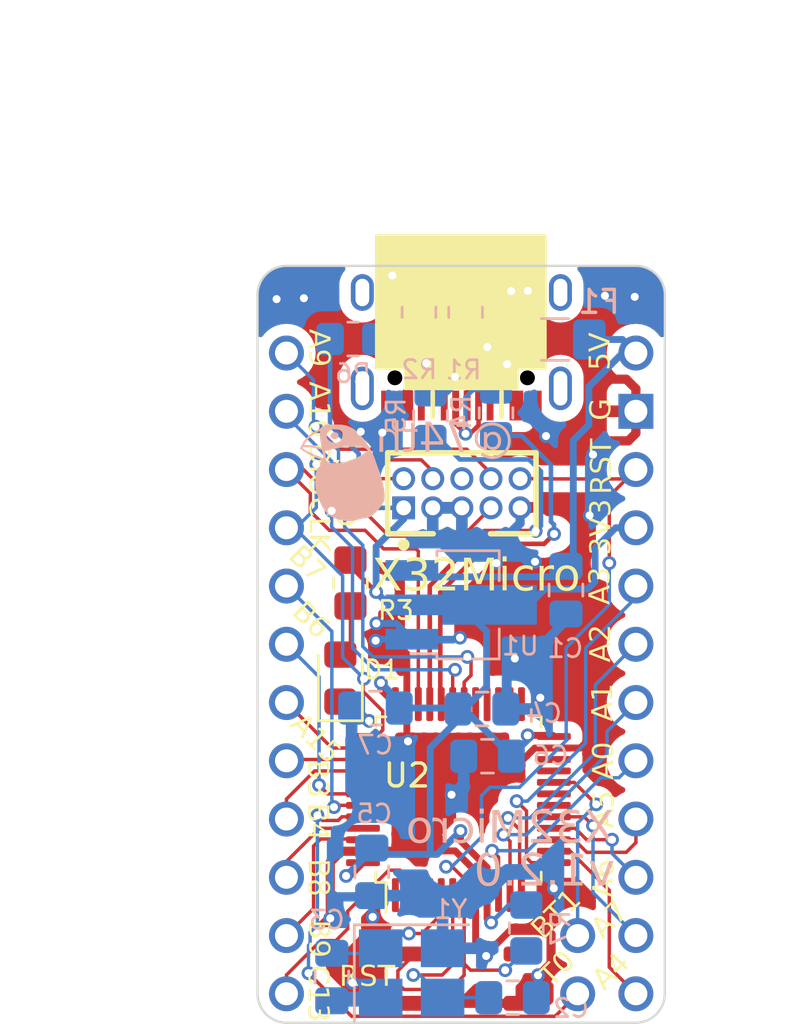
<source format=kicad_pcb>
(kicad_pcb (version 20221018) (generator pcbnew)
  (title_block (title "X32Micro") (rev "1.1.1") (company "Atsushi Morimoto (@74th)"))
  (layers (0 "F.Cu" signal) (31 "B.Cu" signal) (34 "B.Paste" user) (35 "F.Paste" user) (36 "B.SilkS" user "B.Silkscreen") (37 "F.SilkS" user "F.Silkscreen") (38 "B.Mask" user) (39 "F.Mask" user) (44 "Edge.Cuts" user))
  (net 0 "")
  (net 1 "+3V3")
  (net 2 "GND")
  (net 3 "+5V")
  (net 4 "/~{RESET}")
  (net 5 "/1{slash}UART_TX")
  (net 6 "/0{slash}UART_RX")
  (net 7 "/SWDIO")
  (net 8 "/SWCLK")
  (net 9 "/2{slash}ISC_SDA")
  (net 10 "/3{slash}ISC_SCL")
  (net 11 "/4{slash}A6")
  (net 12 "/5")
  (net 13 "/6{slash}A7")
  (net 14 "/7")
  (net 15 "/8{slash}A8")
  (net 16 "/9{slash}A9")
  (net 17 "/10{slash}A10")
  (net 18 "/16{slash}SPI_MOSI")
  (net 19 "/14{slash}SPI_MISO")
  (net 20 "/15{slash}SPI_SCK")
  (net 21 "/18{slash}A0")
  (net 22 "Net-(D1-A)")
  (net 23 "Net-(J1-CC1)")
  (net 24 "Net-(J1-CC2)")
  (net 25 "/19{slash}A1")
  (net 26 "/20{slash}A2")
  (net 27 "/21{slash}A3")
  (net 29 "/D-")
  (net 30 "/D+")
  (net 42 "/BOOT1")
  (net 43 "Net-(J1-D-)")
  (net 46 "Net-(U2-OSC_IN{slash}PD0)")
  (net 47 "Net-(U2-OSC_OUT{slash}PD1)")
  (net 48 "Net-(J1-VBUS)")
  (net 49 "/BOOT0")
  (net 50 "Net-(J1-D+)")
  (footprint "$74th:SKRPABE010" (layer "F.Cu") (at 109.19 131.09)
    (fp_text reference "SW2")
    (fp_text value "SW_Push")
  )
  (footprint "$74th:1Pin" (layer "F.Cu") (at 113.97 131.75)
    (fp_text reference "CH1" hide)
    (fp_text value "1Pin")
  )
  (footprint "$74th:LED_0805_2012Metric_Pad1.15x1.40mm_HandSolder" (layer "F.Cu") (at 103.62 117.985 90)
    (fp_text reference "D1")
    (fp_text value "Blue")
  )
  (footprint "$74th:ProMicro_LIKE_LEFT_NO_GND" (layer "F.Cu") (at 101.27 117.78)
    (fp_text reference "J2" hide)
    (fp_text value "ProMicro-LeftPin-NoGND")
  )
  (footprint "$74th:SWD_2x05_P1.27mm" (layer "F.Cu") (at 106.38 110.56 90)
    (fp_text reference "J4" hide)
    (fp_text value "SWD-MCU_Side-10Pin" hide)
  )
  (footprint "$74th:Register_0805_2012" (layer "F.Cu") (at 104.06 113.84 -90)
    (fp_text reference "R3")
    (fp_text value "10k" hide)
  )
  (footprint "Package_QFP:LQFP-48_7x7mm_P0.5mm" (layer "F.Cu") (at 108.77 123.2825 90)
    (fp_text reference "U2")
    (fp_text value "STM32V103C8T6")
  )
  (footprint "$74th:USB-C-12-Pin-SMD" (layer "F.Cu") (at 108.89 101.27 180)
    (fp_text reference "J1" hide)
    (fp_text value "USB2.0_C_v3")
  )
  (footprint "$74th:ProMicro_LIKE_RIGHT" (layer "F.Cu") (at 116.51 119.05)
    (fp_text reference "J3" hide)
    (fp_text value "ProMicro-RightPin")
  )
  (footprint "$74th:1Pin" (layer "F.Cu") (at 113.97 129.21)
    (fp_text reference "CH2" hide)
    (fp_text value "1Pin")
  )
  (footprint "$74th:74th-5mm" (layer "B.Cu") (at 103.834385 109.243075 180)
    (fp_text reference "G***" hide)
    (fp_text value "LOGO" hide)
  )
  (footprint "$74th:Crystal_SMD_3225-4Pin_3.2x2.5mm_HandSoldering" (layer "B.Cu") (at 106.73 130.84)
    (fp_text reference "Y1")
    (fp_text value "8M")
  )
  (footprint "Fuse:Fuse_1206_3216Metric_Pad1.42x1.75mm_HandSolder" (layer "B.Cu") (at 112.9925 103.22 180)
    (fp_text reference "F1")
    (fp_text value "Polyfuse")
  )
  (footprint "$74th:Register_0805_2012" (layer "B.Cu") (at 110.41 106.42 90)
    (fp_text reference "R4")
    (fp_text value "27" hide)
  )
  (footprint "$74th:Register_0805_2012" (layer "B.Cu") (at 107.55 106.54 90)
    (fp_text reference "R5")
    (fp_text value "27" hide)
  )
  (footprint "$74th:Capacitor_0805_2012" (layer "B.Cu") (at 111.13 131.92 180)
    (fp_text reference "C2")
    (fp_text value "22p" hide)
  )
  (footprint "$74th:Capacitor_0805_2012" (layer "B.Cu") (at 103.25 131.0175 90)
    (fp_text reference "C3")
    (fp_text value "22p" hide)
  )
  (footprint "$74th:Capacitor_0805_2012" (layer "B.Cu") (at 109.8 119.33)
    (fp_text reference "C4")
    (fp_text value "2.2u" hide)
  )
  (footprint "$74th:Register_0805_2012" (layer "B.Cu") (at 109.082 102.032 90)
    (fp_text reference "R1")
    (fp_text value "5.1k" hide)
  )
  (footprint "$74th:Register_0805_2012" (layer "B.Cu") (at 107.05 102.032 90)
    (fp_text reference "R2")
    (fp_text value "5.1k" hide)
  )
  (footprint "$74th:Regulator_AMS1117_SOT-89" (layer "B.Cu") (at 108.89 114.79)
    (fp_text reference "U1")
    (fp_text value "AMS1117-3.3")
  )
  (footprint "$74th:Register_0805_2012" (layer "B.Cu") (at 104.17 103.2 180)
    (fp_text reference "R6")
    (fp_text value "1.5k" hide)
  )
  (footprint "$74th:Capacitor_0805_2012" (layer "B.Cu") (at 105.15 119.29 180)
    (fp_text reference "C7")
    (fp_text value "100n" hide)
  )
  (footprint "$74th:Capacitor_0805_2012" (layer "B.Cu") (at 104.99 126.4325 -90)
    (fp_text reference "C5")
    (fp_text value "100n" hide)
  )
  (footprint "$74th:Register_0805_2012" (layer "B.Cu") (at 111.73 128.88 -90)
    (fp_text reference "R7")
    (fp_text value "10k" hide)
  )
  (footprint "$74th:Capacitor_0805_2012" (layer "B.Cu") (at 110.0375 121.39 180)
    (fp_text reference "C6")
    (fp_text value "100n" hide)
  )
  (footprint "$74th:Capacitor_0805_2012" (layer "B.Cu") (at 113.46 114.1475 -90)
    (fp_text reference "C1")
    (fp_text value "10u" hide)
  )
  (gr_line (start 117.770974 101.279026) (end 117.770974 131.740974) (stroke (width 0.1)) (layer "Edge.Cuts"))
  (gr_arc (start 116.500974 100.009026) (mid 117.399 100.381) (end 117.770974 101.279026) (stroke (width 0.1)) (layer "Edge.Cuts"))
  (gr_line (start 101.279026 100.009026) (end 116.500974 100.009026) (stroke (width 0.1)) (layer "Edge.Cuts"))
  (gr_line (start 116.500974 133.010974) (end 101.279026 133.010974) (stroke (width 0.1)) (layer "Edge.Cuts"))
  (gr_line (start 100.009026 131.740974) (end 100.009026 101.279026) (stroke (width 0.1)) (layer "Edge.Cuts"))
  (gr_arc (start 100.009026 101.279026) (mid 100.381 100.381) (end 101.279026 100.009026) (stroke (width 0.1)) (layer "Edge.Cuts"))
  (gr_arc (start 117.770974 131.740974) (mid 117.399 132.639) (end 116.500974 133.010974) (stroke (width 0.1)) (layer "Edge.Cuts"))
  (gr_arc (start 101.279026 133.010974) (mid 100.381 132.639) (end 100.009026 131.740974) (stroke (width 0.1)) (layer "Edge.Cuts"))
  (gr_text "v1.2.0" (at 112.52 126.45) (layer "B.SilkS") (effects (font (size 1.4 1.4)) (justify mirror)))
  (gr_text "X32Micro" (at 111.03 124.58) (layer "B.SilkS") (effects (font (size 1.4 1.4)) (justify mirror)))
  (gr_text "@74th" (at 108.17 107.58) (layer "B.SilkS") (effects (font (size 1.3 1.3) (thickness 0.1875)) (justify mirror)))
  (gr_text "B9" (at 102.64 129.35 270) (layer "F.SilkS") (effects (font (size 0.9 0.9) (thickness 0.1))))
  (gr_text "X32Micro" (at 109.54 113.58) (layer "F.SilkS") (effects (font (size 1.4 1.4))))
  (gr_text "A2" (at 115.01 116.47 90) (layer "F.SilkS") (effects (font (size 0.9 0.9) (thickness 0.1))))
  (gr_text "A7" (at 115.39 128.54 45) (layer "F.SilkS") (effects (font (size 0.9 0.9) (thickness 0.1))))
  (gr_text "CLK" (at 102.65 111.28 270) (layer "F.SilkS") (effects (font (size 0.9 0.9) (thickness 0.1))))
  (gr_text "A3" (at 114.98 113.96 90) (layer "F.SilkS") (effects (font (size 0.9 0.9) (thickness 0.1))))
  (gr_text "B6" (at 102.31 115.47 315) (layer "F.SilkS") (effects (font (size 0.9 0.9) (thickness 0.1))))
  (gr_text "G" (at 115.02 106.27 90) (layer "F.SilkS") (effects (font (size 0.9 0.9) (thickness 0.1))))
  (gr_text "A5" (at 115.16 123.71 90) (layer "F.SilkS") (effects (font (size 0.9 0.9) (thickness 0.1))))
  (gr_text "A9" (at 102.65 103.59 270) (layer "F.SilkS") (effects (font (size 0.9 0.9) (thickness 0.1))))
  (gr_text "A0" (at 115.14 121.59 90) (layer "F.SilkS") (effects (font (size 0.9 0.9) (thickness 0.1))))
  (gr_text "DIO" (at 102.65 108.88 270) (layer "F.SilkS") (effects (font (size 0.9 0.9) (thickness 0.1))))
  (gr_text "C13" (at 102.61 131.74 270) (layer "F.SilkS") (effects (font (size 0.9 0.9) (thickness 0.1))))
  (gr_text "A6" (at 115.15 126.73 90) (layer "F.SilkS") (effects (font (size 0.9 0.9) (thickness 0.1))))
  (gr_text "B7" (at 102.16 113.03 315) (layer "F.SilkS") (effects (font (size 0.9 0.9) (thickness 0.1))))
  (gr_text "A1" (at 115.1 119.04 90) (layer "F.SilkS") (effects (font (size 0.9 0.9) (thickness 0.1))))
  (gr_text "5V" (at 114.99 103.74 90) (layer "F.SilkS") (effects (font (size 0.9 0.9) (thickness 0.1))))
  (gr_text "B4" (at 102.6 124.25 270) (layer "F.SilkS") (effects (font (size 0.9 0.9) (thickness 0.1))))
  (gr_text "3V3" (at 115.02 111.4 90) (layer "F.SilkS") (effects (font (size 0.9 0.9) (thickness 0.1))))
  (gr_text "B3" (at 102.6 122.38 270) (layer "F.SilkS") (effects (font (size 0.9 0.9) (thickness 0.1))))
  (gr_text "T0" (at 113.11 130.68 45) (layer "F.SilkS") (effects (font (size 0.9 0.9) (thickness 0.1))))
  (gr_text "SWD" (at 103.8 109.89 270) (layer "F.SilkS") (effects (font (size 0.9 0.9) (thickness 0.1))))
  (gr_text "A4" (at 115.45 130.79 45) (layer "F.SilkS") (effects (font (size 0.9 0.9) (thickness 0.1))))
  (gr_text "A15" (at 102.52 120.65 315) (layer "F.SilkS") (effects (font (size 0.9 0.9) (thickness 0.1))))
  (gr_text "RST" (at 104.79 131.03) (layer "F.SilkS") (effects (font (size 0.9 0.9) (thickness 0.1))))
  (gr_text "B8" (at 102.62 126.68 270) (layer "F.SilkS") (effects (font (size 0.9 0.9) (thickness 0.1))))
  (gr_text "BT1" (at 113.06 128.31 45) (layer "F.SilkS") (effects (font (size 0.9 0.9) (thickness 0.1))))
  (gr_text "A10" (at 102.65 106.28 270) (layer "F.SilkS") (effects (font (size 0.9 0.9) (thickness 0.1))))
  (gr_text "RST" (at 115.05 108.76 90) (layer "F.SilkS") (effects (font (size 0.9 0.9) (thickness 0.1))))
  (segment (start 110.02 126.24) (end 110.02 127.445) (width 0.3) (layer "F.Cu") (net 1))
  (segment (start 110.195 128.645) (end 110.02 128.47) (width 0.3) (layer "F.Cu") (net 1))
  (segment (start 105.39 118.19) (end 105.39 118.49) (width 0.3) (layer "F.Cu") (net 1))
  (segment (start 108.86 124.65) (end 108.86 125.08) (width 0.3) (layer "F.Cu") (net 1))
  (segment (start 110.02 128.47) (end 110.02 127.445) (width 0.3) (layer "F.Cu") (net 1))
  (segment (start 104.06 113.11) (end 105.18 114.23) (width 0.2) (layer "F.Cu") (net 1))
  (segment (start 104.06 112.9275) (end 104.06 113.11) (width 0.2) (layer "F.Cu") (net 1))
  (segment (start 111.79 120.48) (end 112.88 120.48) (width 0.3) (layer "F.Cu") (net 1))
  (segment (start 104.03 126.61) (end 104.6075 126.0325) (width 0.3) (layer "F.Cu") (net 1))
  (segment (start 108.86 125.08) (end 110.02 126.24) (width 0.3) (layer "F.Cu") (net 1))
  (segment (start 112.88 120.48) (end 112.9325 120.5325) (width 0.3) (layer "F.Cu") (net 1))
  (segment (start 103.87 126.61) (end 104.03 126.61) (width 0.3) (layer "F.Cu") (net 1))
  (segment (start 105.39 118.49) (end 106.02 119.12) (width 0.3) (layer "F.Cu") (net 1))
  (via (at 105.18 114.23) (size 0.6) (drill 0.35) (layers "F.Cu" "B.Cu") (net 1))
  (via (at 105.39 118.19) (size 0.6) (drill 0.35) (layers "F.Cu" "B.Cu") (net 1))
  (via (at 111.79 120.48) (size 0.6) (drill 0.35) (layers "F.Cu" "B.Cu") (net 1))
  (via (at 103.87 126.61) (size 0.6) (drill 0.35) (layers "F.Cu" "B.Cu") (net 1))
  (via (at 108.86 124.65) (size 0.6) (drill 0.35) (layers "F.Cu" "B.Cu") (net 1))
  (via (at 110.195 128.645) (size 0.6) (drill 0.35) (layers "F.Cu" "B.Cu") (net 1))
  (segment (start 106.8275 114.79) (end 108.84 114.79) (width 0.3) (layer "B.Cu") (net 1))
  (segment (start 109.0375 119.5225) (end 107.54 121.02) (width 0.3) (layer "B.Cu") (net 1))
  (segment (start 114.73 113.77) (end 114.73 112.33) (width 0.3) (layer "B.Cu") (net 1))
  (segment (start 103.17 106.95) (end 104.42 108.2) (width 0.2) (layer "B.Cu") (net 1))
  (segment (start 105.9125 118.7125) (end 105.9125 119.29) (width 0.3) (layer "B.Cu") (net 1))
  (segment (start 104.81 125.67) (end 107.54 125.67) (width 0.3) (layer "B.Cu") (net 1))
  (segment (start 114.4 114.1) (end 114.73 113.77) (width 0.3) (layer "B.Cu") (net 1))
  (segment (start 106.38 111.05) (end 105.18 112.25) (width 0.3) (layer "B.Cu") (net 1))
  (segment (start 106.38 110.56) (end 106.38 111.05) (width 0.3) (layer "B.Cu") (net 1))
  (segment (start 109.015 119.33) (end 111.075 121.39) (width 0.3) (layer "B.Cu") (net 1))
  (segment (start 107.84 125.67) (end 107.54 125.67) (width 0.3) (layer "B.Cu") (net 1))
  (segment (start 111.73 127.88) (end 110.96 127.88) (width 0.2) (layer "B.Cu") (net 1))
  (segment (start 105.74 114.79) (end 105.18 114.23) (width 0.3) (layer "B.Cu") (net 1))
  (segment (start 106.8275 114.79) (end 105.74 114.79) (width 0.3) (layer "B.Cu") (net 1))
  (segment (start 109.0375 119.33) (end 109.0375 119.4275) (width 0.3) (layer "B.Cu") (net 1))
  (segment (start 104.42 110.03) (end 104.95 110.56) (width 0.2) (layer "B.Cu") (net 1))
  (segment (start 108.7625 119.33) (end 109.015 119.33) (width 0.3) (layer "B.Cu") (net 1))
  (segment (start 115.63 111.43) (end 116.51 111.43) (width 0.3) (layer "B.Cu") (net 1))
  (segment (start 112.53 114.1) (end 114.4 114.1) (width 0.3) (layer "B.Cu") (net 1))
  (segment (start 108.84 114.79) (end 110 115.95) (width 0.3) (layer "B.Cu") (net 1))
  (segment (start 114.73 112.33) (end 115.63 111.43) (width 0.3) (layer "B.Cu") (net 1))
  (segment (start 106.8275 114.79) (end 111.84 114.79) (width 0.3) (layer "B.Cu") (net 1))
  (segment (start 110 115.95) (end 110 118.3675) (width 0.3) (layer "B.Cu") (net 1))
  (segment (start 109.0375 119.33) (end 109.0375 119.5225) (width 0.3) (layer "B.Cu") (net 1))
  (segment (start 108.9975 119.29) (end 109.0375 119.33) (width 0.3) (layer "B.Cu") (net 1))
  (segment (start 107.54 121.02) (end 107.54 125.67) (width 0.3) (layer "B.Cu") (net 1))
  (segment (start 105.39 118.19) (end 105.9125 118.7125) (width 0.3) (layer "B.Cu") (net 1))
  (segment (start 103.17 103.2) (end 103.17 106.95) (width 0.2) (layer "B.Cu") (net 1))
  (segment (start 104.42 108.2) (end 104.42 110.03) (width 0.2) (layer "B.Cu") (net 1))
  (segment (start 111.84 114.79) (end 112.53 114.1) (width 0.3) (layer "B.Cu") (net 1))
  (segment (start 108.86 124.65) (end 107.84 125.67) (width 0.3) (layer "B.Cu") (net 1))
  (segment (start 111.79 120.675) (end 111.79 120.48) (width 0.3) (layer "B.Cu") (net 1))
  (segment (start 110 118.3675) (end 109.0375 119.33) (width 0.3) (layer "B.Cu") (net 1))
  (segment (start 103.87 126.61) (end 104.81 125.67) (width 0.3) (layer "B.Cu") (net 1))
  (segment (start 104.95 110.56) (end 106.38 110.56) (width 0.2) (layer "B.Cu") (net 1))
  (segment (start 111.075 121.39) (end 111.79 120.675) (width 0.3) (layer "B.Cu") (net 1))
  (segment (start 105.18 112.25) (end 105.18 114.23) (width 0.3) (layer "B.Cu") (net 1))
  (segment (start 110.96 127.88) (end 110.195 128.645) (width 0.2) (layer "B.Cu") (net 1))
  (segment (start 105.9125 119.29) (end 108.9975 119.29) (width 0.3) (layer "B.Cu") (net 1))
  (segment (start 112.81 130.43) (end 112.81 129.16) (width 0.4) (layer "F.Cu") (net 2))
  (segment (start 107.05 125.52) (end 107.0375 125.5325) (width 0.3) (layer "F.Cu") (net 2))
  (segment (start 103.6575 125.5325) (end 104.6075 125.5325) (width 0.4) (layer "F.Cu") (net 2))
  (segment (start 109.52 127.445) (end 109.52 126.41) (width 0.3) (layer "F.Cu") (net 2))
  (segment (start 105.7 106.1) (end 105.7 107.03) (width 0.3) (layer "F.Cu") (net 2))
  (segment (start 112.24 130.94) (end 112.3 130.94) (width 0.4) (layer "F.Cu") (net 2))
  (segment (start 107.0375 125.5325) (end 108.47 124.1) (width 0.4) (layer "F.Cu") (net 2))
  (segment (start 112.34 118.84) (end 112.78 119.28) (width 0.3) (layer "F.Cu") (net 2))
  (segment (start 112.93 128.64) (end 112.61 128.96) (width 0.4) (layer "F.Cu") (net 2))
  (segment (start 106.57 120.74) (end 106.52 120.69) (width 0.3) (layer "F.Cu") (net 2))
  (segment (start 112.1 106.1) (end 112.1 106.94) (width 0.3) (layer "F.Cu") (net 2))
  (segment (start 112.1 106.94) (end 112.59 107.43) (width 0.3) (layer "F.Cu") (net 2))
  (segment (start 103.18 128.46) (end 103.18 126.01) (width 0.4) (layer "F.Cu") (net 2))
  (segment (start 114.37 120.75) (end 114.0875 121.0325) (width 0.3) (layer "F.Cu") (net 2))
  (segment (start 109.52 127.445) (end 109.52 129.64) (width 0.3) (layer "F.Cu") (net 2))
  (segment (start 114.16 110.56) (end 114.49 110.89) (width 0.4) (layer "F.Cu") (net 2))
  (segment (start 112.93 127.15) (end 112.93 128.64) (width 0.4) (layer "F.Cu") (net 2))
  (segment (start 113.85 119.28) (end 114.37 119.8) (width 0.3) (layer "F.Cu") (net 2))
  (segment (start 108.47 124.1) (end 108.47 123.07) (width 0.4) (layer "F.Cu") (net 2))
  (segment (start 116.09 104.95) (end 116.51 105.37) (width 0.4) (layer "F.Cu") (net 2))
  (segment (start 109.52 126.41) (end 108.63 125.52) (width 0.3) (layer "F.Cu") (net 2))
  (segment (start 112.11 112.91) (end 112.11 116.25) (width 0.4) (layer "F.Cu") (net 2))
  (segment (start 103.18 126.01) (end 103.6575 125.5325) (width 0.4) (layer "F.Cu") (net 2))
  (segment (start 104.59 119.85) (end 103.4 118.66) (width 0.3) (layer "F.Cu") (net 2))
  (segment (start 112.72 132.01) (end 112.72 131.42) (width 0.4) (layer "F.Cu") (net 2))
  (segment (start 116.09 104.95) (end 115.03 104.95) (width 0.4) (layer "F.Cu") (net 2))
  (segment (start 104.15 131.27) (end 104.98 132.1) (width 0.4) (layer "F.Cu") (net 2))
  (segment (start 110.42 116.32) (end 111.23 117.13) (width 0.4) (layer "F.Cu") (net 2))
  (segment (start 112.81 129.16) (end 112.61 128.96) (width 0.4) (layer "F.Cu") (net 2))
  (segment (start 112.11 116.25) (end 111.23 117.13) (width 0.4) (layer "F.Cu") (net 2))
  (segment (start 105.7 107.03) (end 105.45 107.28) (width 0.3) (layer "F.Cu") (net 2))
  (segment (start 116.18 107.64) (end 116.51 107.31) (width 0.4) (layer "F.Cu") (net 2))
  (segment (start 110.06 123.07) (end 108.47 123.07) (width 0.3) (layer "F.Cu") (net 2))
  (segment (start 112.3 130.94) (end 112.81 130.43) (width 0.4) (layer "F.Cu") (net 2))
  (segment (start 111.515 132.165) (end 112.565 132.165) (width 0.4) (layer "F.Cu") (net 2))
  (segment (start 105.19 115.6) (end 106.52 116.93) (width 0.3) (layer "F.Cu") (net 2))
  (segment (start 111.46 110.56) (end 114.16 110.56) (width 0.4) (layer "F.Cu") (net 2))
  (segment (start 104.98 132.1) (end 106.8 132.1) (width 0.4) (layer "F.Cu") (net 2))
  (segment (start 106.52 119.12) (end 106.52 120.69) (width 0.3) (layer "F.Cu") (net 2))
  (segment (start 110.42 112.97) (end 110.42 116.32) (width 0.4) (layer "F.Cu") (net 2))
  (segment (start 109.98 130.03) (end 111.05 128.96) (width 0.3) (layer "F.Cu") (net 2))
  (segment (start 104.6075 125.5325) (end 107.0375 125.5325) (width 0.4) (layer "F.Cu") (net 2))
  (segment (start 116.51 106.35) (end 116.51 107.31) (width 0.4) (layer "F.Cu") (net 2))
  (segment (start 114.64 108.24) (end 115.24 107.64) (width 0.4) (layer "F.Cu") (net 2))
  (segment (start 111.05 128.96) (end 112.61 128.96) (width 0.3) (layer "F.Cu") (net 2))
  (segment (start 108.63 125.52) (end 107.05 125.52) (width 0.3) (layer "F.Cu") (net 2))
  (segment (start 104.87 119.85) (end 104.59 119.85) (width 0.3) (layer "F.Cu") (net 2))
  (segment (start 114.37 119.8) (end 114.37 120.75) (width 0.3) (layer "F.Cu") (net 2))
  (segment (start 112.565 132.165) (end 112.72 132.01) (width 0.4) (layer "F.Cu") (net 2))
  (segment (start 114.0875 121.0325) (end 112.9325 121.0325) (width 0.3) (layer "F.Cu") (net 2))
  (segment (start 112.78 119.28) (end 113.85 119.28) (width 0.3) (layer "F.Cu") (net 2))
  (segment (start 112.72 131.42) (end 112.24 130.94) (width 0.4) (layer "F.Cu") (net 2))
  (segment (start 106.8 132.1) (end 106.865 132.165) (width 0.4) (layer "F.Cu") (net 2))
  (segment (start 106.52 116.93) (end 106.52 119.12) (width 0.3) (layer "F.Cu") (net 2))
  (segment (start 112.9325 121.0325) (end 112.0975 121.0325) (width 0.3) (layer "F.Cu") (net 2))
  (segment (start 106.865 132.165) (end 111.515 132.165) (width 0.4) (layer "F.Cu") (net 2))
  (segment (start 109.98 130.1) (end 109.98 130.03) (width 0.3) (layer "F.Cu") (net 2))
  (segment (start 112.0975 121.0325) (end 110.06 123.07) (width 0.3) (layer "F.Cu") (net 2))
  (segment (start 109.52 129.64) (end 109.98 130.1) (width 0.3) (layer "F.Cu") (net 2))
  (segment (start 116.51 106.35) (end 116.51 105.37) (width 0.4) (layer "F.Cu") (net 2))
  (segment (start 115.24 107.64) (end 116.18 107.64) (width 0.4) (layer "F.Cu") (net 2))
  (via (at 104.15 131.27) (size 0.6) (drill 0.35) (layers "F.Cu" "B.Cu") (net 2))
  (via (at 105.19 115.6) (size 0.6) (drill 0.35) (layers "F.Cu" "B.Cu") (net 2))
  (via (at 105.45 107.28) (size 0.6) (drill 0.35) (layers "F.Cu" "B.Cu") (net 2))
  (via (at 105.89 100.43) (size 0.6) (drill 0.35) (layers "F.Cu" "B.Cu") (net 2))
  (via (at 100.84 101.46) (size 0.6) (drill 0.35) (layers "F.Cu" "B.Cu") (net 2))
  (via (at 112.24 130.94) (size 0.6) (drill 0.35) (layers "F.Cu" "B.Cu") (net 2))
  (via (at 104.51 107.24) (size 0.6) (drill 0.35) (layers "F.Cu" "B.Cu") (net 2))
  (via (at 111.8 101.1) (size 0.6) (drill 0.35) (layers "F.Cu" "B.Cu") (net 2))
  (via (at 105.16 116.35) (size 0.6) (drill 0.35) (layers "F.Cu" "B.Cu") (net 2))
  (via (at 104.87 119.85) (size 0.6) (drill 0.35) (layers "F.Cu" "B.Cu") (net 2))
  (via (at 112.93 127.15) (size 0.6) (drill 0.35) (layers "F.Cu" "B.Cu") (net 2))
  (via (at 112.59 107.43) (size 0.6) (drill 0.35) (layers "F.Cu" "B.Cu") (net 2))
  (via (at 110.42 112.97) (size 0.6) (drill 0.35) (layers "F.Cu" "B.Cu") (net 2))
  (via (at 111.07 101.11) (size 0.6) (drill 0.35) (layers "F.Cu" "B.Cu") (net 2))
  (via (at 114.49 110.89) (size 0.6) (drill 0.35) (layers "F.Cu" "B.Cu") (net 2))
  (via (at 106.57 120.74) (size 0.6) (drill 0.35) (layers "F.Cu" "B.Cu") (net 2))
  (via (at 111.23 117.13) (size 0.6) (drill 0.35) (layers "F.Cu" "B.Cu") (net 2))
  (via (at 114.64 108.24) (size 0.6) (drill 0.35) (layers "F.Cu" "B.Cu") (net 2))
  (via (at 109.98 130.1) (size 0.6) (drill 0.35) (layers "F.Cu" "B.Cu") (net 2))
  (via (at 112.34 118.84) (size 0.6) (drill 0.35) (layers "F.Cu" "B.Cu") (net 2))
  (via (at 105.03 128.4) (size 0.6) (drill 0.35) (layers "F.Cu" "B.Cu") (net 2))
  (via (at 108.47 123.07) (size 0.6) (drill 0.35) (layers "F.Cu" "B.Cu") (net 2))
  (via (at 115.16 101.31) (size 0.6) (drill 0.35) (layers "F.Cu" "B.Cu") (net 2))
  (via (at 116.46 101.36) (size 0.6) (drill 0.35) (layers "F.Cu" "B.Cu") (net 2))
  (via (at 108.84 116.22) (size 0.6) (drill 0.35) (layers "F.Cu" "B.Cu") (net 2))
  (via (at 103.18 128.46) (size 0.6) (drill 0.35) (layers "F.Cu" "B.Cu") (net 2))
  (via (at 102.03 101.42) (size 0.6) (drill 0.35) (layers "F.Cu" "B.Cu") (net 2))
  (via (at 112.11 112.91) (size 0.6) (drill 0.35) (layers "F.Cu" "B.Cu") (net 2))
  (segment (start 111.46 111.23) (end 111.46 110.56) (width 0.4) (layer "B.Cu") (net 2))
  (segment (start 106.05 115.6) (end 105.19 115.6) (width 0.3) (layer "B.Cu") (net 2))
  (segment (start 103.18 128.11) (end 103.18 125.15) (width 0.3) (layer "B.Cu") (net 2))
  (segment (start 104.1125 119.29) (end 104.31 119.29) (width 0.3) (layer "B.Cu") (net 2))
  (segment (start 108.08 127.76) (end 107.79 127.47) (width 0.3) (layer "B.Cu") (net 2))
  (segment (start 106.74 116.29) (end 106.05 115.6) (width 0.3) (layer "B.Cu") (net 2))
  (segment (start 111.78 112.91) (end 110.78 111.91) (width 0.4) (layer "B.Cu") (net 2))
  (segment (start 109.26 112.04) (end 109.49 112.04) (width 0.4) (layer "B.Cu") (net 2))
  (segment (start 107.65 110.56) (end 107.65 111.72) (width 0.4) (layer "B.Cu") (net 2))
  (segment (start 108.08 129.765) (end 108.08 127.76) (width 0.3) (layer "B.Cu") (net 2))
  (segment (start 113.46 115.48) (end 112.34 116.6) (width 0.4) (layer "B.Cu") (net 2))
  (segment (start 114.49 108.39) (end 114.64 108.24) (width 0.4) (layer "B.Cu") (net 2))
  (segment (start 108.92 111.7) (end 109.26 112.04) (width 0.4) (layer "B.Cu") (net 2))
  (segment (start 104.31 119.29) (end 104.87 119.85) (width 0.3) (layer "B.Cu") (net 2))
  (segment (start 108.77 116.29) (end 108.84 116.22) (width 0.3) (layer "B.Cu") (net 2))
  (segment (start 109 122.54) (end 108.47 123.07) (width 0.4) (layer "B.Cu") (net 2))
  (segment (start 106.57 121.76) (end 106.57 120.74) (width 0.3) (layer "B.Cu") (net 2))
  (segment (start 114.49 110.89) (end 114.49 108.39) (width 0.4) (layer "B.Cu") (net 2))
  (segment (start 103.18 132.065) (end 105.23 132.065) (width 0.4) (layer "B.Cu") (net 2))
  (segment (start 112.34 116.6) (end 112.34 118.84) (width 0.4) (layer "B.Cu") (net 2))
  (segment (start 104.99 127.47) (end 104.99 128.36) (width 0.3) (layer "B.Cu") (net 2))
  (segment (start 106.74 116.29) (end 105.22 116.29) (width 0.3) (layer "B.Cu") (net 2))
  (segment (start 109.26 112.04) (end 110.65 112.04) (width 0.4) (layer "B.Cu") (net 2))
  (segment (start 103.18 125.15) (end 106.57 121.76) (width 0.3) (layer "B.Cu") (net 2))
  (segment (start 110.42 112.97) (end 110.15 112.7) (width 0.4) (layer "B.Cu") (net 2))
  (segment (start 104.99 127.47) (end 103.58 127.47) (width 0.3) (layer "B.Cu") (net 2))
  (segment (start 104.99 128.36) (end 105.03 128.4) (width 0.3) (layer "B.Cu") (net 2))
  (segment (start 106.74 116.29) (end 108.77 116.29) (width 0.3) (layer "B.Cu") (net 2))
  (segment (start 110.78 111.91) (end 111.46 111.23) (width 0.4) (layer "B.Cu") (net 2))
  (segment (start 109.705 129.765) (end 108.08 129.765) (width 0.3) (layer "B.Cu") (net 2))
  (segment (start 109.98 130.1) (end 109.98 130.03) (width 0.3) (layer "B.Cu") (net 2))
  (segment (start 112.24 130.94) (end 112.24 131.8475) (width 0.4) (layer "B.Cu") (net 2))
  (segment (start 107.65 111.72) (end 108.63 112.7) (width 0.4) (layer "B.Cu") (net 2))
  (segment (start 107.65 110.56) (end 108.92 110.56) (width 0.4) (layer "B.Cu") (net 2))
  (segment (start 103.18 128.11) (end 103.18 128.46) (width 0.3) (layer "B.Cu") (net 2))
  (segment (start 106.09 107.28) (end 105.45 107.28) (width 0.4) (layer "B.Cu") (net 2))
  (segment (start 109 121.39) (end 109 122.54) (width 0.4) (layer "B.Cu") (net 2))
  (segment (start 103.58 127.47) (end 103.18 127.87) (width 0.3) (layer "B.Cu") (net 2))
  (segment (start 107.79 127.47) (end 104.99 127.47) (width 0.3) (layer "B.Cu") (net 2))
  (segment (start 103.18 127.87) (end 103.18 128.11) (width 0.3) (layer "B.Cu") (net 2))
  (segment (start 113.46 115.185) (end 113.46 115.48) (width 0.4) (layer "B.Cu") (net 2))
  (segment (start 108.92 110.56) (end 108.92 111.7) (width 0.4) (layer "B.Cu") (net 2))
  (segment (start 110.65 112.04) (end 110.78 111.91) (width 0.4) (layer "B.Cu") (net 2))
  (segment (start 105.23 132.065) (end 105.38 131.915) (width 0.4) (layer "B.Cu") (net 2))
  (segment (start 112.11 112.91) (end 111.78 112.91) (width 0.4) (layer "B.Cu") (net 2))
  (segment (start 109.71 129.76) (end 109.705 129.765) (width 0.3) (layer "B.Cu") (net 2))
  (segment (start 105.22 116.29) (end 105.16 116.35) (width 0.3) (layer "B.Cu") (net 2))
  (segment (start 109.49 112.04) (end 110.42 112.97) (width 0.4) (layer "B.Cu") (net 2))
  (segment (start 112.24 131.8475) (end 112.1675 131.92) (width 0.4) (layer "B.Cu") (net 2))
  (segment (start 109.98 130.03) (end 109.71 129.76) (width 0.3) (layer "B.Cu") (net 2))
  (segment (start 110.15 112.7) (end 108.63 112.7) (width 0.4) (layer "B.Cu") (net 2))
  (segment (start 115.92 103.22) (end 116.51 103.81) (width 0.3) (layer "B.Cu") (net 3))
  (segment (start 113.78 107.62) (end 114.46 106.94) (width 0.3) (layer "B.Cu") (net 3))
  (segment (start 107.02 113.57) (end 113 113.57) (width 0.3) (layer "B.Cu") (net 3))
  (segment (start 113.78 112.79) (end 113.46 113.11) (width 0.3) (layer "B.Cu") (net 3))
  (segment (start 115.93 103.81) (end 116.51 103.81) (width 0.3) (layer "B.Cu") (net 3))
  (segment (start 114.48 103.22) (end 115.92 103.22) (width 0.3) (layer "B.Cu") (net 3))
  (segment (start 113 113.57) (end 113.46 113.11) (width 0.3) (layer "B.Cu") (net 3))
  (segment (start 113.78 112.79) (end 113.78 107.62) (width 0.3) (layer "B.Cu") (net 3))
  (segment (start 114.46 106.94) (end 114.46 105.28) (width 0.3) (layer "B.Cu") (net 3))
  (segment (start 106.74 113.29) (end 107.02 113.57) (width 0.3) (layer "B.Cu") (net 3))
  (segment (start 114.46 105.28) (end 115.93 103.81) (width 0.3) (layer "B.Cu") (net 3))
  (segment (start 106.39 131.56) (end 106.13 131.3) (width 0.15) (layer "F.Cu") (net 4))
  (segment (start 116.51 108.89) (end 115.35 110.05) (width 0.15) (layer "F.Cu") (net 4))
  (segment (start 109.02 130.37) (end 109.02 130.44) (width 0.15) (layer "F.Cu") (net 4))
  (segment (start 109.02 130.94) (end 108.4 131.56) (width 0.15) (layer "F.Cu") (net 4))
  (segment (start 106.13 130.75) (end 106.865 130.015) (width 0.15) (layer "F.Cu") (net 4))
  (segment (start 106.13 131.3) (end 106.13 130.75) (width 0.15) (layer "F.Cu") (net 4))
  (segment (start 116.1 109.3) (end 116.51 108.89) (width 0.15) (layer "F.Cu") (net 4))
  (segment (start 109.02 130.44) (end 109.3 130.72) (width 0.15) (layer "F.Cu") (net 4))
  (segment (start 108.53 126.24) (end 108.26 126.24) (width 0.15) (layer "F.Cu") (net 4))
  (segment (start 109.02 127.445) (end 109.02 130.37) (width 0.15) (layer "F.Cu") (net 4))
  (segment (start 111.46 109.29) (end 112.9 109.29) (width 0.15) (layer "F.Cu") (net 4))
  (segment (start 110.81 130.72) (end 111.515 130.015) (width 0.15) (layer "F.Cu") (net 4))
  (segment (start 115.35 110.05) (end 115.35 112.97) (width 0.15) (layer "F.Cu") (net 4))
  (segment (start 112.9 109.29) (end 112.91 109.3) (width 0.15) (layer "F.Cu") (net 4))
  (segment (start 109.02 127.445) (end 109.02 126.73) (width 0.15) (layer "F.Cu") (net 4))
  (segment (start 112.91 109.3) (end 116.1 109.3) (width 0.15) (layer "F.Cu") (net 4))
  (segment (start 108.26 126.24) (end 108.23 126.21) (width 0.15) (layer "F.Cu") (net 4))
  (segment (start 108.4 131.56) (end 106.39 131.56) (width 0.15) (layer "F.Cu") (net 4))
  (segment (start 109.02 126.73) (end 108.53 126.24) (width 0.15) (layer "F.Cu") (net 4))
  (segment (start 109.02 130.37) (end 109.02 130.94) (width 0.15) (layer "F.Cu") (net 4))
  (segment (start 109.3 130.72) (end 110.81 130.72) (width 0.15) (layer "F.Cu") (net 4))
  (via (at 110.81 130.72) (size 0.6) (drill 0.35) (layers "F.Cu" "B.Cu") (net 4))
  (via (at 115.35 112.97) (size 0.6) (drill 0.35) (layers "F.Cu" "B.Cu") (net 4))
  (via (at 108.23 126.21) (size 0.6) (drill 0.35) (layers "F.Cu" "B.Cu") (net 4))
  (segment (start 109.775 124.915) (end 109.775 123.115) (width 0.15) (layer "B.Cu") (net 4))
  (segment (start 111.65 129.88) (end 111.73 129.88) (width 0.15) (layer "B.Cu") (net 4))
  (segment (start 113.47 120.63) (end 113.47 116.66) (width 0.15) (layer "B.Cu") (net 4))
  (segment (start 113.51 120.67) (end 113.47 120.63) (width 0.15) (layer "B.Cu") (net 4))
  (segment (start 111.435 122.745) (end 113.51 120.67) (width 0.15) (layer "B.Cu") (net 4))
  (segment (start 115.35 114.78) (end 115.35 112.97) (width 0.15) (layer "B.Cu") (net 4))
  (segment (start 109.775 123.115) (end 110.145 122.745) (width 0.15) (layer "B.Cu") (net 4))
  (segment (start 108.23 126.21) (end 108.48 126.21) (width 0.15) (layer "B.Cu") (net 4))
  (segment (start 110.145 122.745) (end 111.435 122.745) (width 0.15) (layer "B.Cu") (net 4))
  (segment (start 110.81 130.72) (end 111.65 129.88) (width 0.15) (layer "B.Cu") (net 4))
  (segment (start 108.48 126.21) (end 109.775 124.915) (width 0.15) (layer "B.Cu") (net 4))
  (segment (start 113.47 116.66) (end 115.35 114.78) (width 0.15) (layer "B.Cu") (net 4))
  (segment (start 110.19 109.06) (end 110.19 109.29) (width 0.15) (layer "F.Cu") (net 5))
  (segment (start 109.135 108.005) (end 110.19 109.06) (width 0.15) (layer "F.Cu") (net 5))
  (segment (start 102.54 107.02) (end 103.525 108.005) (width 0.15) (layer "F.Cu") (net 5))
  (segment (start 109.02 119.12) (end 109.02 118.16) (width 0.15) (layer "F.Cu") (net 5))
  (segment (start 109.32 117.22) (end 109.085 116.985) (width 0.15) (layer "F.Cu") (net 5))
  (segment (start 109.32 117.86) (end 109.32 117.22) (width 0.15) (layer "F.Cu") (net 5))
  (segment (start 109.02 118.16) (end 109.32 117.86) (width 0.15) (layer "F.Cu") (net 5))
  (segment (start 103.525 108.005) (end 109.135 108.005) (width 0.15) (layer "F.Cu") (net 5))
  (via (at 102.54 107.02) (size 0.6) (drill 0.35) (layers "F.Cu" "B.Cu") (net 5))
  (via (at 109.16 117.06) (size 0.6) (drill 0.35) (layers "F.Cu" "B.Cu") (net 5))
  (segment (start 103.81 110.1) (end 103.54 109.83) (width 0.15) (layer "B.Cu") (net 5))
  (segment (start 102.45 106.96) (end 102.45 104.99) (width 0.15) (layer "B.Cu") (net 5))
  (segment (start 105.05 117.06) (end 104.6 116.61) (width 0.15) (layer "B.Cu") (net 5))
  (segment (start 103.54 108.05) (end 102.45 106.96) (width 0.15) (layer "B.Cu") (net 5))
  (segment (start 103.81 111.4) (end 103.81 110.1) (width 0.15) (layer "B.Cu") (net 5))
  (segment (start 104.6 116.61) (end 104.6 112.19) (width 0.15) (layer "B.Cu") (net 5))
  (segment (start 109.16 117.06) (end 105.05 117.06) (width 0.15) (layer "B.Cu") (net 5))
  (segment (start 102.45 104.99) (end 101.27 103.81) (width 0.15) (layer "B.Cu") (net 5))
  (segment (start 104.6 112.19) (end 103.81 111.4) (width 0.15) (layer "B.Cu") (net 5))
  (segment (start 103.54 109.83) (end 103.54 108.05) (width 0.15) (layer "B.Cu") (net 5))
  (segment (start 108.52 117.72) (end 108.52 119.12) (width 0.15) (layer "F.Cu") (net 6))
  (segment (start 105.74 111.79) (end 108.96 111.79) (width 0.15) (layer "F.Cu") (net 6))
  (segment (start 104.64 110.69) (end 105.74 111.79) (width 0.15) (layer "F.Cu") (net 6))
  (segment (start 108.62 117.62) (end 108.52 117.72) (width 0.15) (layer "F.Cu") (net 6))
  (segment (start 108.96 111.79) (end 110.19 110.56) (width 0.15) (layer "F.Cu") (net 6))
  (segment (start 103.24 110.69) (end 104.64 110.69) (width 0.15) (layer "F.Cu") (net 6))
  (via (at 103.24 110.69) (size 0.6) (drill 0.35) (layers "F.Cu" "B.Cu") (net 6))
  (via (at 108.62 117.62) (size 0.6) (drill 0.35) (layers "F.Cu" "B.Cu") (net 6))
  (segment (start 105.1 117.62) (end 108.62 117.62) (width 0.15) (layer "B.Cu") (net 6))
  (segment (start 103.24 110.69) (end 103.24 111.39) (width 0.15) (layer "B.Cu") (net 6))
  (segment (start 101.27 106.56) (end 101.27 106.35) (width 0.15) (layer "B.Cu") (net 6))
  (segment (start 104.15 116.67) (end 105.1 117.62) (width 0.15) (layer "B.Cu") (net 6))
  (segment (start 103.24 108.53) (end 101.27 106.56) (width 0.15) (layer "B.Cu") (net 6))
  (segment (start 103.24 110.69) (end 103.24 108.53) (width 0.15) (layer "B.Cu") (net 6))
  (segment (start 104.15 112.3) (end 104.15 116.67) (width 0.15) (layer "B.Cu") (net 6))
  (segment (start 103.24 111.39) (end 104.15 112.3) (width 0.15) (layer "B.Cu") (net 6))
  (segment (start 102.01 108.89) (end 101.27 108.89) (width 0.15) (layer "F.Cu") (net 7))
  (segment (start 106.38 109.29) (end 102.41 109.29) (width 0.15) (layer "F.Cu") (net 7))
  (segment (start 106.92 112.35) (end 105.51 112.35) (width 0.15) (layer "F.Cu") (net 7))
  (segment (start 102.31 109.93) (end 101.27 108.89) (width 0.15) (layer "F.Cu") (net 7))
  (segment (start 105.51 112.35) (end 104.7 111.54) (width 0.15) (layer "F.Cu") (net 7))
  (segment (start 102.41 109.29) (end 102.01 108.89) (width 0.15) (layer "F.Cu") (net 7))
  (segment (start 102.31 110.71) (end 102.31 109.93) (width 0.15) (layer "F.Cu") (net 7))
  (segment (start 103.14 111.54) (end 102.31 110.71) (width 0.15) (layer "F.Cu") (net 7))
  (segment (start 106.92 112.35) (end 107.02 112.45) (width 0.15) (layer "F.Cu") (net 7))
  (segment (start 107.02 112.45) (end 107.02 119.12) (width 0.15) (layer "F.Cu") (net 7))
  (segment (start 104.7 111.54) (end 103.14 111.54) (width 0.15) (layer "F.Cu") (net 7))
  (segment (start 104.82 108.47) (end 104.78 108.47) (width 0.15) (layer "F.Cu") (net 8))
  (segment (start 107.15 108.47) (end 104.82 108.47) (width 0.15) (layer "F.Cu") (net 8))
  (segment (start 104.78 108.47) (end 104.58 108.67) (width 0.15) (layer "F.Cu") (net 8))
  (segment (start 107.65 108.97) (end 107.15 108.47) (width 0.15) (layer "F.Cu") (net 8))
  (segment (start 104.6075 120.5325) (end 105.1875 120.5325) (width 0.15) (layer "F.Cu") (net 8))
  (segment (start 104.63 108.66) (end 104.82 108.47) (width 0.15) (layer "F.Cu") (net 8))
  (segment (start 104.65 118.01) (end 104.6075 118.0525) (width 0.15) (layer "F.Cu") (net 8))
  (segment (start 105.47 120.25) (end 105.47 119.4225) (width 0.15) (layer "F.Cu") (net 8))
  (segment (start 102.57 108.66) (end 104.63 108.66) (width 0.15) (layer "F.Cu") (net 8))
  (segment (start 107.65 109.29) (end 107.65 108.97) (width 0.15) (layer "F.Cu") (net 8))
  (segment (start 105.47 119.4225) (end 104.6075 118.56) (width 0.15) (layer "F.Cu") (net 8))
  (segment (start 105.1875 120.5325) (end 105.47 120.25) (width 0.15) (layer "F.Cu") (net 8))
  (segment (start 104.6075 118.0525) (end 104.6075 118.56) (width 0.15) (layer "F.Cu") (net 8))
  (via (at 104.65 118.01) (size 0.6) (drill 0.35) (layers "F.Cu" "B.Cu") (net 8))
  (via (at 102.57 108.66) (size 0.6) (drill 0.35) (layers "F.Cu" "B.Cu") (net 8))
  (segment (start 102.57 108.66) (end 102.57 110.55) (width 0.15) (layer "B.Cu") (net 8))
  (segment (start 102.57 110.55) (end 101.69 111.43) (width 0.15) (layer "B.Cu") (net 8))
  (segment (start 103.72 113.53) (end 101.62 111.43) (width 0.15) (layer "B.Cu") (net 8))
  (segment (start 104.65 118.01) (end 103.72 117.08) (width 0.15) (layer "B.Cu") (net 8))
  (segment (start 101.69 111.43) (end 101.27 111.43) (width 0.15) (layer "B.Cu") (net 8))
  (segment (start 103.72 117.08) (end 103.72 113.53) (width 0.15) (layer "B.Cu") (net 8))
  (segment (start 101.62 111.43) (end 101.27 111.43) (width 0.15) (layer "B.Cu") (net 8))
  (segment (start 104.6075 123.5325) (end 103.4175 123.5325) (width 0.15) (layer "F.Cu") (net 9))
  (segment (start 103.4175 123.5325) (end 103.34 123.61) (width 0.15) (layer "F.Cu") (net 9))
  (via (at 103.34 123.61) (size 0.6) (drill 0.35) (layers "F.Cu" "B.Cu") (net 9))
  (segment (start 103.25 123.52) (end 103.34 123.61) (width 0.15) (layer "B.Cu") (net 9))
  (segment (start 101.27 113.97) (end 103.25 115.95) (width 0.15) (layer "B.Cu") (net 9))
  (segment (start 103.25 115.95) (end 103.25 123.52) (width 0.15) (layer "B.Cu") (net 9))
  (segment (start 103.0725 123.0325) (end 102.69 122.65) (width 0.15) (layer "F.Cu") (net 10))
  (segment (start 104.6075 123.0325) (end 103.0725 123.0325) (width 0.15) (layer "F.Cu") (net 10))
  (via (at 102.69 122.65) (size 0.6) (drill 0.35) (layers "F.Cu" "B.Cu") (net 10))
  (segment (start 102.69 122.65) (end 102.69 117.93) (width 0.15) (layer "B.Cu") (net 10))
  (segment (start 102.69 117.93) (end 101.27 116.51) (width 0.15) (layer "B.Cu") (net 10))
  (segment (start 103.2525 121.0325) (end 101.27 119.05) (width 0.15) (layer "F.Cu") (net 11))
  (segment (start 104.6075 121.0325) (end 103.2525 121.0325) (width 0.15) (layer "F.Cu") (net 11))
  (segment (start 104.6075 121.5325) (end 101.3275 121.5325) (width 0.15) (layer "F.Cu") (net 12))
  (segment (start 101.3275 121.5325) (end 101.27 121.59) (width 0.15) (layer "F.Cu") (net 12))
  (segment (start 101.27 123.26) (end 101.27 124.13) (width 0.15) (layer "F.Cu") (net 13))
  (segment (start 102.4975 122.0325) (end 101.27 123.26) (width 0.15) (layer "F.Cu") (net 13))
  (segment (start 104.6075 122.0325) (end 102.4975 122.0325) (width 0.15) (layer "F.Cu") (net 13))
  (segment (start 104.6075 124.5325) (end 102.7175 124.5325) (width 0.15) (layer "F.Cu") (net 14))
  (segment (start 101.27 125.98) (end 101.27 126.67) (width 0.15) (layer "F.Cu") (net 14))
  (segment (start 102.7175 124.5325) (end 101.27 125.98) (width 0.15) (layer "F.Cu") (net 14))
  (segment (start 102.45 125.31) (end 102.76 125) (width 0.15) (layer "F.Cu") (net 15))
  (segment (start 101.27 129.21) (end 102.45 128.03) (width 0.15) (layer "F.Cu") (net 15))
  (segment (start 102.45 128.03) (end 102.45 125.31) (width 0.15) (layer "F.Cu") (net 15))
  (segment (start 104.575 125) (end 104.6075 125.0325) (width 0.15) (layer "F.Cu") (net 15))
  (segment (start 102.76 125) (end 104.575 125) (width 0.15) (layer "F.Cu") (net 15))
  (segment (start 103.94 128.15) (end 105.73 126.36) (width 0.15) (layer "F.Cu") (net 16))
  (segment (start 106.52 126.66) (end 106.52 127.445) (width 0.15) (layer "F.Cu") (net 16))
  (segment (start 102.77 129.43) (end 103.43 129.43) (width 0.15) (layer "F.Cu") (net 16))
  (segment (start 103.94 128.92) (end 103.94 128.15) (width 0.15) (layer "F.Cu") (net 16))
  (segment (start 101.27 130.93) (end 102.77 129.43) (width 0.15) (layer "F.Cu") (net 16))
  (segment (start 105.73 126.36) (end 106.22 126.36) (width 0.15) (layer "F.Cu") (net 16))
  (segment (start 106.22 126.36) (end 106.52 126.66) (width 0.15) (layer "F.Cu") (net 16))
  (segment (start 101.27 131.75) (end 101.27 130.93) (width 0.15) (layer "F.Cu") (net 16))
  (segment (start 103.43 129.43) (end 103.94 128.92) (width 0.15) (layer "F.Cu") (net 16))
  (segment (start 113.6425 125.5325) (end 115.35 127.24) (width 0.15) (layer "F.Cu") (net 17))
  (segment (start 112.9325 125.5325) (end 113.6425 125.5325) (width 0.15) (layer "F.Cu") (net 17))
  (segment (start 115.35 130.59) (end 116.51 131.75) (width 0.15) (layer "F.Cu") (net 17))
  (segment (start 115.35 127.24) (end 115.35 130.59) (width 0.15) (layer "F.Cu") (net 17))
  (segment (start 114.2525 124.0325) (end 114.64 124.42) (width 0.15) (layer "F.Cu") (net 18))
  (segment (start 112.9325 124.0325) (end 114.2525 124.0325) (width 0.15) (layer "F.Cu") (net 18))
  (via (at 114.64 124.42) (size 0.6) (drill 0.35) (layers "F.Cu" "B.Cu") (net 18))
  (segment (start 114.64 127.34) (end 116.51 129.21) (width 0.15) (layer "B.Cu") (net 18))
  (segment (start 114.64 124.42) (end 114.64 127.34) (width 0.15) (layer "B.Cu") (net 18))
  (segment (start 114.36 125.03) (end 113.8625 124.5325) (width 0.15) (layer "F.Cu") (net 19))
  (segment (start 115.47 125.03) (end 114.36 125.03) (width 0.15) (layer "F.Cu") (net 19))
  (segment (start 113.8625 124.5325) (end 112.9325 124.5325) (width 0.15) (layer "F.Cu") (net 19))
  (via (at 115.47 125.03) (size 0.6) (drill 0.35) (layers "F.Cu" "B.Cu") (net 19))
  (segment (start 115.47 125.63) (end 116.51 126.67) (width 0.15) (layer "B.Cu") (net 19))
  (segment (start 115.47 125.03) (end 115.47 125.63) (width 0.15) (layer "B.Cu") (net 19))
  (segment (start 114.37 125.58) (end 116.09 125.58) (width 0.15) (layer "F.Cu") (net 20))
  (segment (start 113.8225 125.0325) (end 114.37 125.58) (width 0.15) (layer "F.Cu") (net 20))
  (segment (start 116.09 125.58) (end 116.51 125.16) (width 0.15) (layer "F.Cu") (net 20))
  (segment (start 116.51 125.16) (end 116.51 124.13) (width 0.15) (layer "F.Cu") (net 20))
  (segment (start 112.9325 125.0325) (end 113.8225 125.0325) (width 0.15) (layer "F.Cu") (net 20))
  (segment (start 110.24 125.51) (end 110.52 125.79) (width 0.15) (layer "F.Cu") (net 21))
  (segment (start 110.52 125.79) (end 110.52 127.445) (width 0.15) (layer "F.Cu") (net 21))
  (via (at 110.24 125.51) (size 0.6) (drill 0.35) (layers "F.Cu" "B.Cu") (net 21))
  (segment (start 111.8 125.51) (end 114.98 122.33) (width 0.15) (layer "B.Cu") (net 21))
  (segment (start 115.77 122.33) (end 116.51 121.59) (width 0.15) (layer "B.Cu") (net 21))
  (segment (start 114.98 122.33) (end 115.77 122.33) (width 0.15) (layer "B.Cu") (net 21))
  (segment (start 110.24 125.51) (end 111.8 125.51) (width 0.15) (layer "B.Cu") (net 21))
  (segment (start 103.62 116.96) (end 104.06 116.52) (width 0.15) (layer "F.Cu") (net 22))
  (segment (start 104.06 116.52) (end 104.06 114.84) (width 0.15) (layer "F.Cu") (net 22))
  (segment (start 110.03 103.55) (end 110.15 103.67) (width 0.15) (layer "F.Cu") (net 23))
  (segment (start 110.15 103.67) (end 110.15 106.1) (width 0.15) (layer "F.Cu") (net 23))
  (via (at 110.03 103.55) (size 0.6) (drill 0.35) (layers "F.Cu" "B.Cu") (net 23))
  (segment (start 109.6 103.55) (end 109.082 103.032) (width 0.15) (layer "B.Cu") (net 23))
  (segment (start 110.03 103.55) (end 109.6 103.55) (width 0.15) (layer "B.Cu") (net 23))
  (segment (start 107.15 104.47) (end 107.15 106.1) (width 0.15) (layer "F.Cu") (net 24))
  (segment (start 107.37 104.25) (end 107.15 104.47) (width 0.15) (layer "F.Cu") (net 24))
  (via (at 107.37 104.25) (size 0.6) (drill 0.35) (layers "F.Cu" "B.Cu") (net 24))
  (segment (start 107.37 104.25) (end 107.37 103.352) (width 0.15) (layer "B.Cu") (net 24))
  (segment (start 107.37 103.352) (end 107.05 103.032) (width 0.15) (layer "B.Cu") (net 24))
  (segment (start 110.73 124.81) (end 111.02 125.1) (width 0.15) (layer "F.Cu") (net 25))
  (segment (start 111.02 125.1) (end 111.02 127.445) (width 0.15) (layer "F.Cu") (net 25))
  (via (at 110.73 124.81) (size 0.6) (drill 0.35) (layers "F.Cu" "B.Cu") (net 25))
  (segment (start 115.25 120.31) (end 116.51 119.05) (width 0.15) (layer "B.Cu") (net 25))
  (segment (start 115.25 121.3) (end 115.25 120.31) (width 0.15) (layer "B.Cu") (net 25))
  (segment (start 110.73 124.81) (end 111.74 124.81) (width 0.15) (layer "B.Cu") (net 25))
  (segment (start 111.74 124.81) (end 115.25 121.3) (width 0.15) (layer "B.Cu") (net 25))
  (segment (start 110.93 124.08) (end 111.44 124.59) (width 0.15) (layer "F.Cu") (net 26))
  (segment (start 111.44 124.59) (end 111.44 127.365) (width 0.15) (layer "F.Cu") (net 26))
  (segment (start 111.44 127.365) (end 111.52 127.445) (width 0.15) (layer "F.Cu") (net 26))
  (via (at 110.93 124.08) (size 0.6) (drill 0.35) (layers "F.Cu" "B.Cu") (net 26))
  (segment (start 114.74 118.28) (end 116.51 116.51) (width 0.15) (layer "B.Cu") (net 26))
  (segment (start 111.89 124.08) (end 114.74 121.23) (width 0.15) (layer "B.Cu") (net 26))
  (segment (start 114.74 121.23) (end 114.74 118.28) (width 0.15) (layer "B.Cu") (net 26))
  (segment (start 110.93 124.08) (end 111.89 124.08) (width 0.15) (layer "B.Cu") (net 26))
  (segment (start 111.31 123.35) (end 111.74 123.78) (width 0.15) (layer "F.Cu") (net 27))
  (segment (start 111.9525 126.0325) (end 112.9325 126.0325) (width 0.15) (layer "F.Cu") (net 27))
  (segment (start 111.74 123.78) (end 111.74 125.82) (width 0.15) (layer "F.Cu") (net 27))
  (segment (start 111.74 125.82) (end 111.9525 126.0325) (width 0.15) (layer "F.Cu") (net 27))
  (via (at 111.31 123.35) (size 0.6) (drill 0.35) (layers "F.Cu" "B.Cu") (net 27))
  (segment (start 111.78 123.35) (end 114.32 120.81) (width 0.15) (layer "B.Cu") (net 27))
  (segment (start 111.31 123.35) (end 111.78 123.35) (width 0.15) (layer "B.Cu") (net 27))
  (segment (start 114.32 116.67) (end 116.51 114.48) (width 0.15) (layer "B.Cu") (net 27))
  (segment (start 116.51 114.48) (end 116.51 113.97) (width 0.15) (layer "B.Cu") (net 27))
  (segment (start 114.32 120.81) (end 114.32 116.67) (width 0.15) (layer "B.Cu") (net 27))
  (segment (start 107.98 114.25) (end 107.98 119.08) (width 0.2) (layer "F.Cu") (net 29))
  (segment (start 107.98 119.08) (end 108.02 119.12) (width 0.2) (layer "F.Cu") (net 29))
  (segment (start 112.51 112.13) (end 110.1 112.13) (width 0.2) (layer "F.Cu") (net 29))
  (segment (start 110.1 112.13) (end 107.98 114.25) (width 0.2) (layer "F.Cu") (net 29))
  (segment (start 112.94 111.7) (end 112.51 112.13) (width 0.2) (layer "F.Cu") (net 29))
  (via (at 112.94 111.7) (size 0.6) (drill 0.35) (layers "F.Cu" "B.Cu") (net 29))
  (segment (start 111.54 107.42) (end 112.805 108.685) (width 0.2) (layer "B.Cu") (net 29))
  (segment (start 110.41 107.42) (end 111.54 107.42) (width 0.2) (layer "B.Cu") (net 29))
  (segment (start 112.805 108.685) (end 112.805 111.16) (width 0.2) (layer "B.Cu") (net 29))
  (segment (start 112.94 111.295) (end 112.94 111.7) (width 0.2) (layer "B.Cu") (net 29))
  (segment (start 112.805 111.16) (end 112.94 111.295) (width 0.2) (layer "B.Cu") (net 29))
  (segment (start 112.14 111.57) (end 109.91 111.57) (width 0.2) (layer "F.Cu") (net 30))
  (segment (start 107.52 113.96) (end 107.52 119.12) (width 0.2) (layer "F.Cu") (net 30))
  (segment (start 109.91 111.57) (end 107.52 113.96) (width 0.2) (layer "F.Cu") (net 30))
  (via (at 112.14 111.57) (size 0.6) (drill 0.35) (layers "F.Cu" "B.Cu") (net 30))
  (segment (start 112.37 111.34) (end 112.37 108.97) (width 0.2) (layer "B.Cu") (net 30))
  (segment (start 112.14 111.57) (end 112.37 111.34) (width 0.2) (layer "B.Cu") (net 30))
  (segment (start 112.37 108.97) (end 111.85 108.45) (width 0.2) (layer "B.Cu") (net 30))
  (segment (start 108.83 108.45) (end 108.17 107.79) (width 0.2) (layer "B.Cu") (net 30))
  (segment (start 111.85 108.45) (end 108.83 108.45) (width 0.2) (layer "B.Cu") (net 30))
  (segment (start 113.8225 122.5325) (end 114.78 123.49) (width 0.15) (layer "F.Cu") (net 42))
  (segment (start 112.9325 122.5325) (end 113.8225 122.5325) (width 0.15) (layer "F.Cu") (net 42))
  (via (at 114.78 123.49) (size 0.6) (drill 0.35) (layers "F.Cu" "B.Cu") (net 42))
  (segment (start 113.97 124.3) (end 113.97 129.21) (width 0.15) (layer "B.Cu") (net 42))
  (segment (start 114.78 123.49) (end 113.97 124.3) (width 0.15) (layer "B.Cu") (net 42))
  (segment (start 109.28 107.33) (end 109.65 106.96) (width 0.2) (layer "F.Cu") (net 43))
  (segment (start 109.65 106.1) (end 109.65 106.96) (width 0.2) (layer "F.Cu") (net 43))
  (segment (start 109.08 107.33) (end 109.28 107.33) (width 0.2) (layer "F.Cu") (net 43))
  (segment (start 108.67 106.12) (end 108.65 106.1) (width 0.2) (layer "F.Cu") (net 43))
  (segment (start 108.67 106.92) (end 108.67 106.12) (width 0.2) (layer "F.Cu") (net 43))
  (segment (start 109.08 107.33) (end 108.67 106.92) (width 0.2) (layer "F.Cu") (net 43))
  (via (at 109.08 107.33) (size 0.6) (drill 0.35) (layers "F.Cu" "B.Cu") (net 43))
  (segment (start 109.4 105.42) (end 110.41 105.42) (width 0.2) (layer "B.Cu") (net 43))
  (segment (start 109.08 105.74) (end 109.4 105.42) (width 0.2) (layer "B.Cu") (net 43))
  (segment (start 109.08 107.33) (end 109.08 105.74) (width 0.2) (layer "B.Cu") (net 43))
  (segment (start 108.02 127.445) (end 108.02 128.29) (width 0.15) (layer "F.Cu") (net 46))
  (segment (start 107.19 129.12) (end 108.02 128.29) (width 0.15) (layer "F.Cu") (net 46))
  (segment (start 107.19 129.12) (end 106.61 129.12) (width 0.15) (layer "F.Cu") (net 46))
  (via (at 106.61 129.12) (size 0.6) (drill 0.35) (layers "F.Cu" "B.Cu") (net 46))
  (segment (start 106.025 129.12) (end 105.38 129.765) (width 0.15) (layer "B.Cu") (net 46))
  (segment (start 103.24 129.99) (end 105.155 129.99) (width 0.15) (layer "B.Cu") (net 46))
  (segment (start 106.61 129.12) (end 106.025 129.12) (width 0.15) (layer "B.Cu") (net 46))
  (segment (start 105.155 129.99) (end 105.38 129.765) (width 0.15) (layer "B.Cu") (net 46))
  (segment (start 106.8 130.93) (end 108.06 130.93) (width 0.15) (layer "F.Cu") (net 47))
  (segment (start 108.06 130.93) (end 108.52 130.47) (width 0.15) (layer "F.Cu") (net 47))
  (segment (start 108.52 130.47) (end 108.52 127.445) (width 0.15) (layer "F.Cu") (net 47))
  (via (at 106.8 130.93) (size 0.6) (drill 0.35) (layers "F.Cu" "B.Cu") (net 47))
  (segment (start 106.8 130.93) (end 107.095 130.93) (width 0.15) (layer "B.Cu") (net 47))
  (segment (start 107.095 130.93) (end 108.08 131.915) (width 0.15) (layer "B.Cu") (net 47))
  (segment (start 108.08 131.915) (end 110.0875 131.915) (width 0.15) (layer "B.Cu") (net 47))
  (segment (start 110.0875 131.915) (end 110.0925 131.92) (width 0.15) (layer "B.Cu") (net 47))
  (segment (start 110.89 105.69) (end 111.3 106.1) (width 0.3) (layer "F.Cu") (net 48))
  (segment (start 110.89 104.3) (end 110.89 105.69) (width 0.3) (layer "F.Cu") (net 48))
  (segment (start 106.73 103.47) (end 107.37 102.83) (width 0.3) (layer "F.Cu") (net 48))
  (segment (start 106.5 105.48) (end 106.73 105.25) (width 0.3) (layer "F.Cu") (net 48))
  (segment (start 110.78 104.19) (end 110.89 104.3) (width 0.3) (layer "F.Cu") (net 48))
  (segment (start 106.5 106.1) (end 106.5 105.48) (width 0.3) (layer "F.Cu") (net 48))
  (segment (start 106.73 105.25) (end 106.73 103.47) (width 0.3) (layer "F.Cu") (net 48))
  (segment (start 107.37 102.83) (end 110.42 102.83) (width 0.3) (layer "F.Cu") (net 48))
  (segment (start 110.78 103.19) (end 110.78 104.19) (width 0.3) (layer "F.Cu") (net 48))
  (segment (start 110.42 102.83) (end 110.78 103.19) (width 0.3) (layer "F.Cu") (net 48))
  (via (at 110.89 104.3) (size 0.6) (drill 0.35) (layers "F.Cu" "B.Cu") (net 48))
  (segment (start 110.89 103.835) (end 111.505 103.22) (width 0.3) (layer "B.Cu") (net 48))
  (segment (start 110.89 104.3) (end 110.89 103.835) (width 0.3) (layer "B.Cu") (net 48))
  (segment (start 112.99 132.73) (end 104.11 132.73) (width 0.15) (layer "F.Cu") (net 49))
  (segment (start 103.53 124.19) (end 102.84 124.19) (width 0.15) (layer "F.Cu") (net 49))
  (segment (start 104.11 132.73) (end 102.23 130.85) (width 0.15) (layer "F.Cu") (net 49))
  (segment (start 113.97 131.75) (end 112.99 132.73) (width 0.15) (layer "F.Cu") (net 49))
  (segment (start 103.6875 124.0325) (end 103.53 124.19) (width 0.15) (layer "F.Cu") (net 49))
  (segment (start 102.84 124.19) (end 102.62 123.97) (width 0.15) (layer "F.Cu") (net 49))
  (segment (start 104.6075 124.0325) (end 103.6875 124.0325) (width 0.15) (layer "F.Cu") (net 49))
  (via (at 102.23 130.85) (size 0.6) (drill 0.35) (layers "F.Cu" "B.Cu") (net 49))
  (via (at 102.62 123.97) (size 0.6) (drill 0.35) (layers "F.Cu" "B.Cu") (net 49))
  (segment (start 102.23 130.85) (end 102.23 129.64) (width 0.15) (layer "B.Cu") (net 49))
  (segment (start 102.3 129.07) (end 102.3 129.57) (width 0.15) (layer "B.Cu") (net 49))
  (segment (start 102.3 129.57) (end 102.23 129.64) (width 0.15) (layer "B.Cu") (net 49))
  (segment (start 102.62 128.75) (end 102.3 129.07) (width 0.15) (layer "B.Cu") (net 49))
  (segment (start 102.62 123.97) (end 102.62 128.75) (width 0.15) (layer "B.Cu") (net 49))
  (segment (start 109.15 105.17) (end 109.15 106.1) (width 0.2) (layer "F.Cu") (net 50))
  (segment (start 108.62 104.85) (end 108.83 104.85) (width 0.2) (layer "F.Cu") (net 50))
  (segment (start 108.15 105.32) (end 108.62 104.85) (width 0.2) (layer "F.Cu") (net 50))
  (segment (start 108.15 106.1) (end 108.15 105.32) (width 0.2) (layer "F.Cu") (net 50))
  (segment (start 108.83 104.85) (end 109.15 105.17) (width 0.2) (layer "F.Cu") (net 50))
  (via (at 108.62 104.85) (size 0.6) (drill 0.35) (layers "F.Cu" "B.Cu") (net 50))
  (segment (start 106.36 103.92) (end 106.73 104.29) (width 0.2) (layer "B.Cu") (net 50))
  (segment (start 108.62 105.22) (end 108.3 105.54) (width 0.2) (layer "B.Cu") (net 50))
  (segment (start 105.89 103.92) (end 106.36 103.92) (width 0.2) (layer "B.Cu") (net 50))
  (segment (start 108.62 105.22) (end 108.62 104.85) (width 0.2) (layer "B.Cu") (net 50))
  (segment (start 108.3 105.54) (end 107.55 105.54) (width 0.2) (layer "B.Cu") (net 50))
  (segment (start 106.73 104.72) (end 107.55 105.54) (width 0.2) (layer "B.Cu") (net 50))
  (segment (start 106.73 104.29) (end 106.73 104.72) (width 0.2) (layer "B.Cu") (net 50))
  (segment (start 105.17 103.2) (end 105.89 103.92) (width 0.2) (layer "B.Cu") (net 50))
  (zone locked (net 2) (net_name "GND") (layers "F&B.Cu") (connect_pads (clearance 0.508)) (min_thickness 0.254) (fill yes (thermal_gap 0.508) (thermal_bridge_width 0.508))
    (polygon (pts (xy 117.78 133.02) (xy 100 133.02) (xy 100 100) (xy 117.78 100)))
  )
)
</source>
